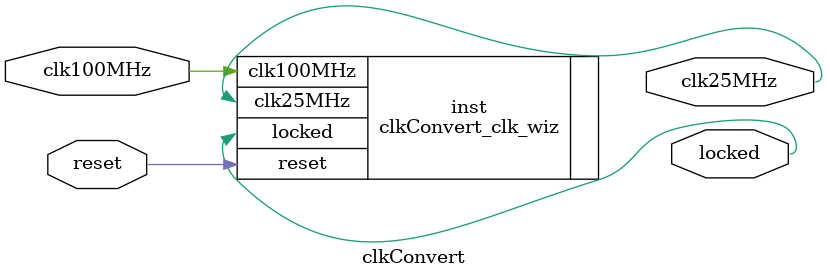
<source format=v>


`timescale 1ps/1ps

(* CORE_GENERATION_INFO = "clkConvert,clk_wiz_v5_4_3_0,{component_name=clkConvert,use_phase_alignment=true,use_min_o_jitter=false,use_max_i_jitter=false,use_dyn_phase_shift=false,use_inclk_switchover=false,use_dyn_reconfig=false,enable_axi=0,feedback_source=FDBK_AUTO,PRIMITIVE=MMCM,num_out_clk=1,clkin1_period=10.000,clkin2_period=10.000,use_power_down=false,use_reset=true,use_locked=true,use_inclk_stopped=false,feedback_type=SINGLE,CLOCK_MGR_TYPE=NA,manual_override=false}" *)

module clkConvert 
 (
  // Clock out ports
  output        clk25MHz,
  // Status and control signals
  input         reset,
  output        locked,
 // Clock in ports
  input         clk100MHz
 );

  clkConvert_clk_wiz inst
  (
  // Clock out ports  
  .clk25MHz(clk25MHz),
  // Status and control signals               
  .reset(reset), 
  .locked(locked),
 // Clock in ports
  .clk100MHz(clk100MHz)
  );

endmodule

</source>
